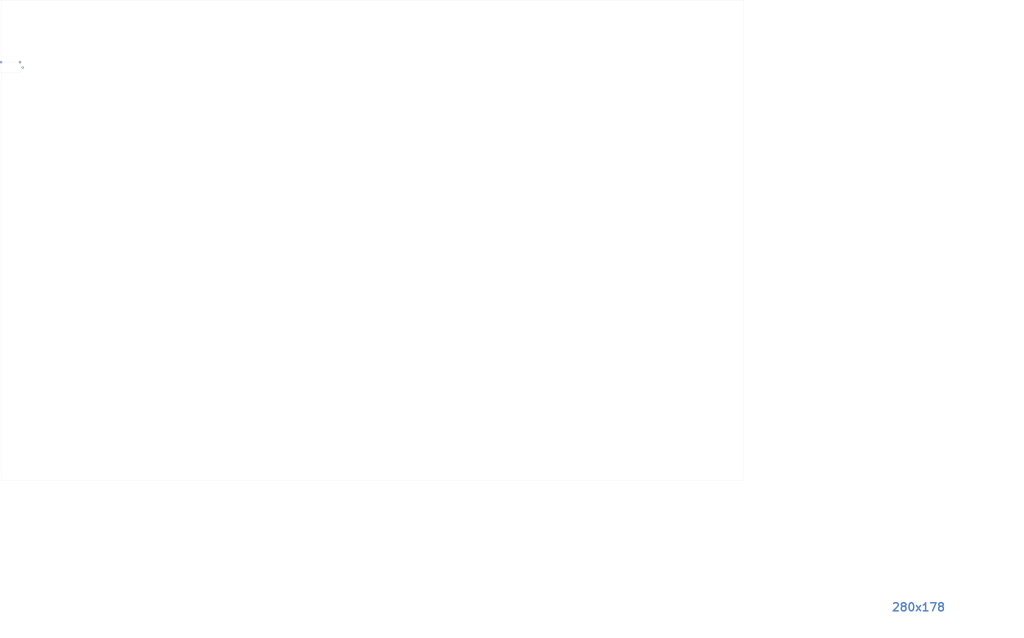
<source format=kicad_pcb>
(kicad_pcb (version 20221018) (generator pcbnew)

  (general
    (thickness 1.6)
  )

  (paper "A3")
  (title_block
    (title "Facade PiHPSDR")
    (date "2020-06-18")
    (rev "1")
    (comment 1 "Gravure et découpe façade PiHPSDR, pcb Noir, silk Blanc")
  )

  (layers
    (0 "F.Cu" signal)
    (31 "B.Cu" signal)
    (32 "B.Adhes" user "B.Adhesive")
    (33 "F.Adhes" user "F.Adhesive")
    (34 "B.Paste" user)
    (35 "F.Paste" user)
    (36 "B.SilkS" user "B.Silkscreen")
    (37 "F.SilkS" user "F.Silkscreen")
    (38 "B.Mask" user)
    (39 "F.Mask" user)
    (40 "Dwgs.User" user "User.Drawings")
    (41 "Cmts.User" user "User.Comments")
    (42 "Eco1.User" user "User.Eco1")
    (43 "Eco2.User" user "User.Eco2")
    (44 "Edge.Cuts" user)
    (45 "Margin" user)
    (46 "B.CrtYd" user "B.Courtyard")
    (47 "F.CrtYd" user "F.Courtyard")
    (48 "B.Fab" user)
    (49 "F.Fab" user)
  )

  (setup
    (pad_to_mask_clearance 0.051)
    (solder_mask_min_width 0.25)
    (pcbplotparams
      (layerselection 0x00010fc_ffffffff)
      (plot_on_all_layers_selection 0x0000000_00000000)
      (disableapertmacros false)
      (usegerberextensions false)
      (usegerberattributes false)
      (usegerberadvancedattributes false)
      (creategerberjobfile false)
      (dashed_line_dash_ratio 12.000000)
      (dashed_line_gap_ratio 3.000000)
      (svgprecision 4)
      (plotframeref false)
      (viasonmask false)
      (mode 1)
      (useauxorigin false)
      (hpglpennumber 1)
      (hpglpenspeed 20)
      (hpglpendiameter 15.000000)
      (dxfpolygonmode true)
      (dxfimperialunits true)
      (dxfusepcbnewfont true)
      (psnegative false)
      (psa4output false)
      (plotreference true)
      (plotvalue true)
      (plotinvisibletext false)
      (sketchpadsonfab false)
      (subtractmaskfromsilk false)
      (outputformat 1)
      (mirror false)
      (drillshape 1)
      (scaleselection 1)
      (outputdirectory "")
    )
  )

  (net 0 "")

  (gr_line (start 20 213) (end 20 35)
    (stroke (width 0.05) (type solid)) (layer "Edge.Cuts") (tstamp 00000000-0000-0000-0000-00005eeb60e3))
  (gr_line (start 295 200) (end 295 213)
    (stroke (width 0.05) (type solid)) (layer "Edge.Cuts") (tstamp 160ebb2a-6069-49fb-b5fd-46f8ad5f3334))
  (gr_line (start 295 35) (end 295 200)
    (stroke (width 0.05) (type solid)) (layer "Edge.Cuts") (tstamp 17e72af1-d431-4351-96dc-3e1f61ebf339))
  (gr_line (start 27 62) (end 20 62)
    (stroke (width 0.05) (type solid)) (layer "Edge.Cuts") (tstamp 565cade2-e4cc-4b06-ab5d-1a4f3b294601))
  (gr_line (start 28 60) (end 27 62)
    (stroke (width 0.05) (type solid)) (layer "Edge.Cuts") (tstamp 5b206cf0-7270-47bf-a08b-c50a55d33187))
  (gr_line (start 295 213) (end 20 213)
    (stroke (width 0.05) (type solid)) (layer "Edge.Cuts") (tstamp 89d3367e-bd2a-451d-bd9c-b0d478f6cae8))
  (gr_line (start 20 58) (end 27 58)
    (stroke (width 0.05) (type solid)) (layer "Edge.Cuts") (tstamp 9df1b454-7748-4e06-8793-1c02c825b140))
  (gr_line (start 20 35) (end 295 35)
    (stroke (width 0.05) (type solid)) (layer "Edge.Cuts") (tstamp bd605104-6a29-4298-84a5-02cb9442fdf7))
  (gr_line (start 27 58) (end 28 60)
    (stroke (width 0.05) (type solid)) (layer "Edge.Cuts") (tstamp c2c0568e-64c5-4f33-8b9b-bd5f9662c3e4))
  (gr_text "280x178\n" (at 360 260) (layer "B.Cu") (tstamp f03cd0a9-b9a2-4a2f-bba8-0f5086dfa360)
    (effects (font (size 3 3) (thickness 0.5)))
  )
  (gr_text "32 Euros pour 5 pièces, 50 euros pour 10 pièces" (at 370 270) (layer "Eco2.User") (tstamp 0c4bd738-f465-41e3-9957-53960b330343)
    (effects (font (size 1.5 1.5) (thickness 0.3)))
  )

  (via (at 27 58) (size 0.8) (drill 0.4) (layers "F.Cu" "B.Cu") (net 0) (tstamp 84f3793e-8936-4cd4-bbc7-e810675d29eb))
  (via (at 28 60) (size 0.8) (drill 0.4) (layers "F.Cu" "B.Cu") (net 0) (tstamp 92f25379-d5ed-4d6c-98c5-a3c26ac727a8))
  (via (at 20 58) (size 0.8) (drill 0.4) (layers "F.Cu" "B.Cu") (net 0) (tstamp ac0f437f-1aa8-454f-9b22-abb9c9fe317e))

)

</source>
